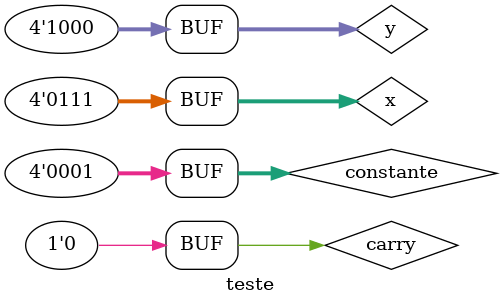
<source format=v>


	
	module halfAdder( s0,s1, a, b);
	
	input a, b;
	output s0, s1;
	
	xor XOR1(s0, a, b);
	and AND1(s1, a, b);

	endmodule 
	
// ------------------------- 
// full adder 
// -------------------------	
	
	module fullAdder(s0, s1, a, b, c);
	
	input a, b, c;
	output s0, s1;
	wire q0, q1, q2;
	
	halfAdder HA1(q0, q1, a, b);
	halfAdder HA2(s0, q2, c, q0);
	or OR1(s1, q2, q1);
	
	endmodule
	

// ------------------------- 
// full adder 4 bits
// -------------------------	
	

	module fullAdder4 (output [3:0]s,
	input Carry, 
	input [3:0]a, 
	input [3:0]b); 
	
	// descrever por portas
	wire vaiUm;
	wire vaiUm1;
	wire vaiUm2;
	wire s_xor;
	wire s_xor1;
	wire s_xor2;
	wire s_xor3;
	wire carryOut;
	
	
	
	xor XOR1	(s_xor,  b[0], Carry);
	xor XOR2	(s_xor1, b[1], Carry );
	xor XOR3	(s_xor2, b[2], Carry);
	xor XOR4	(s_xor3, b[3], Carry);
	
	
	fullAdder FA1(s[0], vaiUm, Carry, a[0], s_xor);
	fullAdder FA2(s[1], vaiUm1, a[1], s_xor1,vaiUm);
	fullAdder FA3(s[2], vaiUm2, a[2], s_xor2,vaiUm1);	
	fullAdder FA4(s[3],carryOut , a[3], s_xor3,vaiUm2);
	
	
	
// descrever por portas 
	endmodule // fullAdder 
	
	
// ------------------------- 
// half Subtractor
// ------------------------- 
	
	module halfSub( s0,s1, a, b);
	
	input a, b;
	output s0, s1;
	
	xor XOR1(s0, a, b);
	and AND1(s1,~a, b);

	endmodule 
	
// ------------------------- 
// full Subtractor
// -------------------------	
	
	module fullSub(s0, s1, a, b, c);
	
	input a, b, c;
	output s0, s1;
	wire q0, q1, q2;
	
	halfSub HS1(q0, q1, a, b);
	halfSub HS2(s0, q2, q0, c);
	or OR1(s1, q2, q1);
	
	endmodule
	

// ------------------------- 
// full subtractor 4 bits
// -------------------------	
	

	module fullSub4 (output [3:0]s,
	input [3:0]a, 
	input [3:0]b); 
	
	// descrever por portas
	wire vemUm;
	wire vemUm1;
	wire vemUm2;
	wire carryOut;
	
	
	halfSub HS(s[0], vemUm, a[0], b[0]);
	fullSub FS1(s[1], vemUm1, a[1], b[1], vemUm);
	fullSub FS2(s[2], vemUm2, a[2], b[2], vemUm1);	
	fullSub FS3(s[3],carryOut, a[3], b[3],vemUm2);
	
	

// descrever por portas 
	endmodule // fullSub 
	 
	
	


// ------------------------- definir dados 
	
	module teste;
	
	reg [3:0] x; 
	reg [3:0] y; 
	reg carry;
	reg [3:0]constante;
	wire [3:0] soma;
	wire [3:0] saida;
	
	fullAdder4 FA(soma, carry,x,y);
	fullSub4 FS1(saida, soma, constante);	
	
	
		
	
	 
// ------------------------- parte principal 
	initial begin 
	$display("Exemplo00048 - Flávio Andrade Amaral Motta - 392001"); 
	$display("Test ALU's full adder");  
	
	
	#1 x = 1100; y = 0100; carry = 0; constante = 0001; 
	
// projetar testes do 
	
	$monitor("x = %4b \t y = %4b\t carry1 = %b\t constante = %b\t   saida = %5b\n",x,y,carry, constante, saida);
	
	#1 x = 0010; y = 0000; carry = 0; constante = 0001; 
	#1 x = 0001; y = 0001; carry = 1; constante = 0001; 
	#1 x = 0000; y = 0001; carry = 1; constante = 0001; 
	#1 x = 1111; y = 1000; carry = 0; constante = 0001; 
end 
endmodule // test_ComplementoDois
</source>
